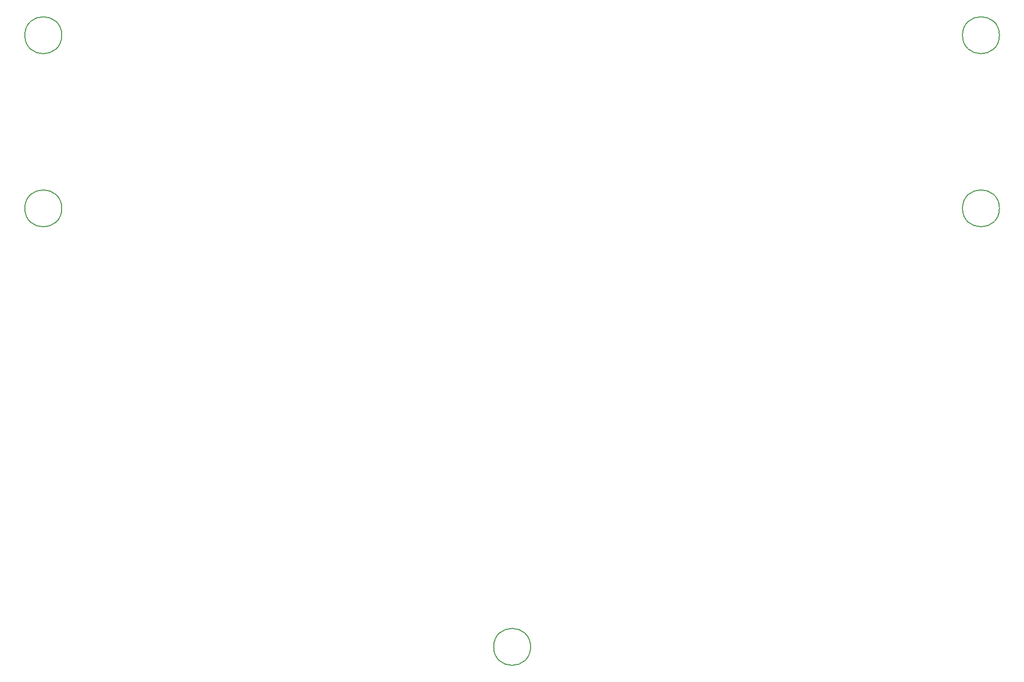
<source format=gbr>
%TF.GenerationSoftware,KiCad,Pcbnew,8.0.3*%
%TF.CreationDate,2025-01-15T13:42:06-05:00*%
%TF.ProjectId,EIM,45494d2e-6b69-4636-9164-5f7063625858,rev?*%
%TF.SameCoordinates,Original*%
%TF.FileFunction,Other,Comment*%
%FSLAX46Y46*%
G04 Gerber Fmt 4.6, Leading zero omitted, Abs format (unit mm)*
G04 Created by KiCad (PCBNEW 8.0.3) date 2025-01-15 13:42:06*
%MOMM*%
%LPD*%
G01*
G04 APERTURE LIST*
%ADD10C,0.150000*%
G04 APERTURE END LIST*
D10*
%TO.C,REF\u002A\u002A*%
X197771930Y-68750000D02*
G75*
G02*
X191371930Y-68750000I-3200000J0D01*
G01*
X191371930Y-68750000D02*
G75*
G02*
X197771930Y-68750000I3200000J0D01*
G01*
X116521930Y-174750000D02*
G75*
G02*
X110121930Y-174750000I-3200000J0D01*
G01*
X110121930Y-174750000D02*
G75*
G02*
X116521930Y-174750000I3200000J0D01*
G01*
X35271930Y-98750000D02*
G75*
G02*
X28871930Y-98750000I-3200000J0D01*
G01*
X28871930Y-98750000D02*
G75*
G02*
X35271930Y-98750000I3200000J0D01*
G01*
X197771930Y-98750000D02*
G75*
G02*
X191371930Y-98750000I-3200000J0D01*
G01*
X191371930Y-98750000D02*
G75*
G02*
X197771930Y-98750000I3200000J0D01*
G01*
X35271930Y-68750000D02*
G75*
G02*
X28871930Y-68750000I-3200000J0D01*
G01*
X28871930Y-68750000D02*
G75*
G02*
X35271930Y-68750000I3200000J0D01*
G01*
%TD*%
M02*

</source>
